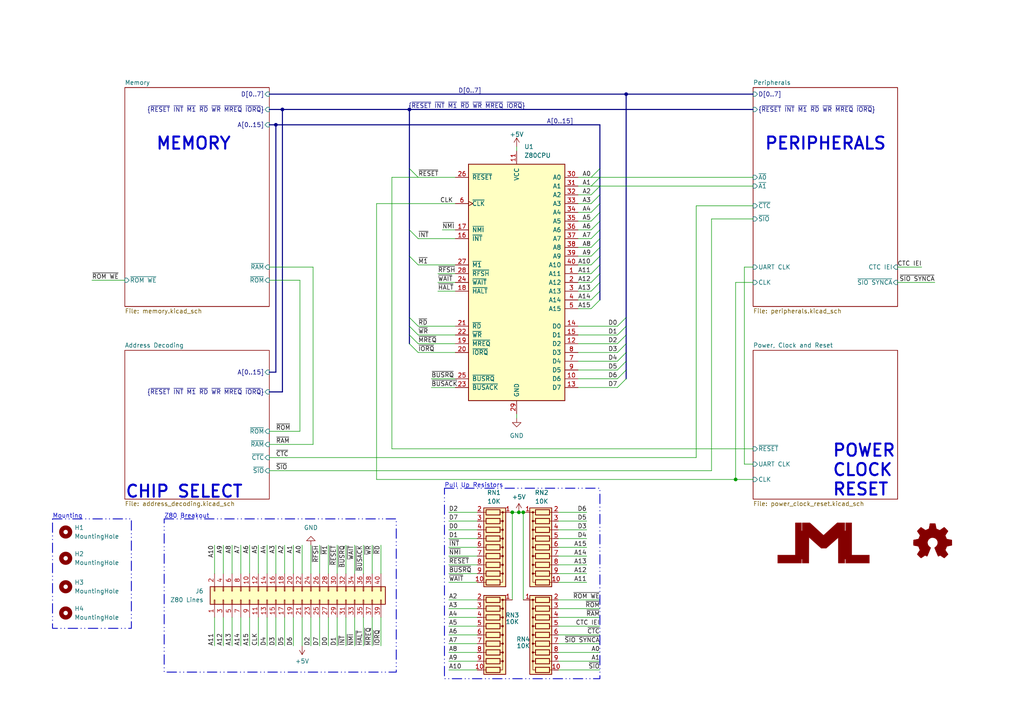
<source format=kicad_sch>
(kicad_sch (version 20230121) (generator eeschema)
  (paper "A4")
  (title_block (title "JML-8-Mini Schematic") (date "2023-10-20") (rev "B") (company "https://github.com/jac-oblong/JML") (comment 1 "Design of Z80 based microcomputer") (comment 3 "Released under MIT License") (comment 4 "Created by: Jacob Long (https://github.com/jac-oblong)"))
  (lib_symbols
    (symbol "CPU:Z80CPU" (pin_names (offset 1.016))
      (property "Reference" "U" (at -13.97 35.56 0))
      (property "Value" "Z80CPU" (at 6.35 35.56 0))
      (symbol "Z80CPU_0_1"
        (rectangle (start -13.97 34.29) (end 13.97 -34.29) (stroke (width 0.254)) (fill (type background)))
      )
      (symbol "Z80CPU_1_1"
        (pin output line (at 17.78 2.54 180) (length 3.81) (name "A11") (number "1"))
        (pin bidirectional line (at 17.78 -27.94 180) (length 3.81) (name "D6") (number "10"))
        (pin power_in line (at 0 38.1 270) (length 3.81) (name "VCC") (number "11"))
        (pin bidirectional line (at 17.78 -17.78 180) (length 3.81) (name "D2") (number "12"))
        (pin bidirectional line (at 17.78 -30.48 180) (length 3.81) (name "D7") (number "13"))
        (pin bidirectional line (at 17.78 -12.7 180) (length 3.81) (name "D0") (number "14"))
        (pin bidirectional line (at 17.78 -15.24 180) (length 3.81) (name "D1") (number "15"))
        (pin input line (at -17.78 12.7 0) (length 3.81) (name "~{INT}") (number "16"))
        (pin input line (at -17.78 15.24 0) (length 3.81) (name "~{NMI}") (number "17"))
        (pin output line (at -17.78 -2.54 0) (length 3.81) (name "~{HALT}") (number "18"))
        (pin output line (at -17.78 -17.78 0) (length 3.81) (name "~{MREQ}") (number "19"))
        (pin output line (at 17.78 0 180) (length 3.81) (name "A12") (number "2"))
        (pin output line (at -17.78 -20.32 0) (length 3.81) (name "~{IORQ}") (number "20"))
        (pin output line (at -17.78 -12.7 0) (length 3.81) (name "~{RD}") (number "21"))
        (pin output line (at -17.78 -15.24 0) (length 3.81) (name "~{WR}") (number "22"))
        (pin output line (at -17.78 -30.48 0) (length 3.81) (name "~{BUSACK}") (number "23"))
        (pin input line (at -17.78 0 0) (length 3.81) (name "~{WAIT}") (number "24"))
        (pin input line (at -17.78 -27.94 0) (length 3.81) (name "~{BUSRQ}") (number "25"))
        (pin input line (at -17.78 30.48 0) (length 3.81) (name "~{RESET}") (number "26"))
        (pin output line (at -17.78 5.08 0) (length 3.81) (name "~{M1}") (number "27"))
        (pin output line (at -17.78 2.54 0) (length 3.81) (name "~{RFSH}") (number "28"))
        (pin power_in line (at 0 -38.1 90) (length 3.81) (name "GND") (number "29"))
        (pin output line (at 17.78 -2.54 180) (length 3.81) (name "A13") (number "3"))
        (pin output line (at 17.78 30.48 180) (length 3.81) (name "A0") (number "30"))
        (pin output line (at 17.78 27.94 180) (length 3.81) (name "A1") (number "31"))
        (pin output line (at 17.78 25.4 180) (length 3.81) (name "A2") (number "32"))
        (pin output line (at 17.78 22.86 180) (length 3.81) (name "A3") (number "33"))
        (pin output line (at 17.78 20.32 180) (length 3.81) (name "A4") (number "34"))
        (pin output line (at 17.78 17.78 180) (length 3.81) (name "A5") (number "35"))
        (pin output line (at 17.78 15.24 180) (length 3.81) (name "A6") (number "36"))
        (pin output line (at 17.78 12.7 180) (length 3.81) (name "A7") (number "37"))
        (pin output line (at 17.78 10.16 180) (length 3.81) (name "A8") (number "38"))
        (pin output line (at 17.78 7.62 180) (length 3.81) (name "A9") (number "39"))
        (pin output line (at 17.78 -5.08 180) (length 3.81) (name "A14") (number "4"))
        (pin output line (at 17.78 5.08 180) (length 3.81) (name "A10") (number "40"))
        (pin output line (at 17.78 -7.62 180) (length 3.81) (name "A15") (number "5"))
        (pin input clock (at -17.78 22.86 0) (length 3.81) (name "~{CLK}") (number "6"))
        (pin bidirectional line (at 17.78 -22.86 180) (length 3.81) (name "D4") (number "7"))
        (pin bidirectional line (at 17.78 -20.32 180) (length 3.81) (name "D3") (number "8"))
        (pin bidirectional line (at 17.78 -25.4 180) (length 3.81) (name "D5") (number "9"))
      )
    )
    (symbol "Connector_Generic:Conn_02x20_Odd_Even" (pin_names (offset 1.016) hide)
      (property "Reference" "J" (at 1.27 25.4 0))
      (property "Value" "Conn_02x20_Odd_Even" (at 1.27 -27.94 0))
      (symbol "Conn_02x20_Odd_Even_1_1"
        (rectangle (start -1.27 -25.273) (end 0 -25.527) (stroke (width 0.1524)))
        (rectangle (start -1.27 -22.733) (end 0 -22.987) (stroke (width 0.1524)))
        (rectangle (start -1.27 -20.193) (end 0 -20.447) (stroke (width 0.1524)))
        (rectangle (start -1.27 -17.653) (end 0 -17.907) (stroke (width 0.1524)))
        (rectangle (start -1.27 -15.113) (end 0 -15.367) (stroke (width 0.1524)))
        (rectangle (start -1.27 -12.573) (end 0 -12.827) (stroke (width 0.1524)))
        (rectangle (start -1.27 -10.033) (end 0 -10.287) (stroke (width 0.1524)))
        (rectangle (start -1.27 -7.493) (end 0 -7.747) (stroke (width 0.1524)))
        (rectangle (start -1.27 -4.953) (end 0 -5.207) (stroke (width 0.1524)))
        (rectangle (start -1.27 -2.413) (end 0 -2.667) (stroke (width 0.1524)))
        (rectangle (start -1.27 0.127) (end 0 -0.127) (stroke (width 0.1524)))
        (rectangle (start -1.27 2.667) (end 0 2.413) (stroke (width 0.1524)))
        (rectangle (start -1.27 5.207) (end 0 4.953) (stroke (width 0.1524)))
        (rectangle (start -1.27 7.747) (end 0 7.493) (stroke (width 0.1524)))
        (rectangle (start -1.27 10.287) (end 0 10.033) (stroke (width 0.1524)))
        (rectangle (start -1.27 12.827) (end 0 12.573) (stroke (width 0.1524)))
        (rectangle (start -1.27 15.367) (end 0 15.113) (stroke (width 0.1524)))
        (rectangle (start -1.27 17.907) (end 0 17.653) (stroke (width 0.1524)))
        (rectangle (start -1.27 20.447) (end 0 20.193) (stroke (width 0.1524)))
        (rectangle (start -1.27 22.987) (end 0 22.733) (stroke (width 0.1524)))
        (rectangle (start -1.27 24.13) (end 3.81 -26.67) (stroke (width 0.254)) (fill (type background)))
        (rectangle (start 3.81 -25.273) (end 2.54 -25.527) (stroke (width 0.1524)))
        (rectangle (start 3.81 -22.733) (end 2.54 -22.987) (stroke (width 0.1524)))
        (rectangle (start 3.81 -20.193) (end 2.54 -20.447) (stroke (width 0.1524)))
        (rectangle (start 3.81 -17.653) (end 2.54 -17.907) (stroke (width 0.1524)))
        (rectangle (start 3.81 -15.113) (end 2.54 -15.367) (stroke (width 0.1524)))
        (rectangle (start 3.81 -12.573) (end 2.54 -12.827) (stroke (width 0.1524)))
        (rectangle (start 3.81 -10.033) (end 2.54 -10.287) (stroke (width 0.1524)))
        (rectangle (start 3.81 -7.493) (end 2.54 -7.747) (stroke (width 0.1524)))
        (rectangle (start 3.81 -4.953) (end 2.54 -5.207) (stroke (width 0.1524)))
        (rectangle (start 3.81 -2.413) (end 2.54 -2.667) (stroke (width 0.1524)))
        (rectangle (start 3.81 0.127) (end 2.54 -0.127) (stroke (width 0.1524)))
        (rectangle (start 3.81 2.667) (end 2.54 2.413) (stroke (width 0.1524)))
        (rectangle (start 3.81 5.207) (end 2.54 4.953) (stroke (width 0.1524)))
        (rectangle (start 3.81 7.747) (end 2.54 7.493) (stroke (width 0.1524)))
        (rectangle (start 3.81 10.287) (end 2.54 10.033) (stroke (width 0.1524)))
        (rectangle (start 3.81 12.827) (end 2.54 12.573) (stroke (width 0.1524)))
        (rectangle (start 3.81 15.367) (end 2.54 15.113) (stroke (width 0.1524)))
        (rectangle (start 3.81 17.907) (end 2.54 17.653) (stroke (width 0.1524)))
        (rectangle (start 3.81 20.447) (end 2.54 20.193) (stroke (width 0.1524)))
        (rectangle (start 3.81 22.987) (end 2.54 22.733) (stroke (width 0.1524)))
        (pin passive line (at -5.08 22.86 0) (length 3.81) (name "Pin_1") (number "1"))
        (pin passive line (at 7.62 12.7 180) (length 3.81) (name "Pin_10") (number "10"))
        (pin passive line (at -5.08 10.16 0) (length 3.81) (name "Pin_11") (number "11"))
        (pin passive line (at 7.62 10.16 180) (length 3.81) (name "Pin_12") (number "12"))
        (pin passive line (at -5.08 7.62 0) (length 3.81) (name "Pin_13") (number "13"))
        (pin passive line (at 7.62 7.62 180) (length 3.81) (name "Pin_14") (number "14"))
        (pin passive line (at -5.08 5.08 0) (length 3.81) (name "Pin_15") (number "15"))
        (pin passive line (at 7.62 5.08 180) (length 3.81) (name "Pin_16") (number "16"))
        (pin passive line (at -5.08 2.54 0) (length 3.81) (name "Pin_17") (number "17"))
        (pin passive line (at 7.62 2.54 180) (length 3.81) (name "Pin_18") (number "18"))
        (pin passive line (at -5.08 0 0) (length 3.81) (name "Pin_19") (number "19"))
        (pin passive line (at 7.62 22.86 180) (length 3.81) (name "Pin_2") (number "2"))
        (pin passive line (at 7.62 0 180) (length 3.81) (name "Pin_20") (number "20"))
        (pin passive line (at -5.08 -2.54 0) (length 3.81) (name "Pin_21") (number "21"))
        (pin passive line (at 7.62 -2.54 180) (length 3.81) (name "Pin_22") (number "22"))
        (pin passive line (at -5.08 -5.08 0) (length 3.81) (name "Pin_23") (number "23"))
        (pin passive line (at 7.62 -5.08 180) (length 3.81) (name "Pin_24") (number "24"))
        (pin passive line (at -5.08 -7.62 0) (length 3.81) (name "Pin_25") (number "25"))
        (pin passive line (at 7.62 -7.62 180) (length 3.81) (name "Pin_26") (number "26"))
        (pin passive line (at -5.08 -10.16 0) (length 3.81) (name "Pin_27") (number "27"))
        (pin passive line (at 7.62 -10.16 180) (length 3.81) (name "Pin_28") (number "28"))
        (pin passive line (at -5.08 -12.7 0) (length 3.81) (name "Pin_29") (number "29"))
        (pin passive line (at -5.08 20.32 0) (length 3.81) (name "Pin_3") (number "3"))
        (pin passive line (at 7.62 -12.7 180) (length 3.81) (name "Pin_30") (number "30"))
        (pin passive line (at -5.08 -15.24 0) (length 3.81) (name "Pin_31") (number "31"))
        (pin passive line (at 7.62 -15.24 180) (length 3.81) (name "Pin_32") (number "32"))
        (pin passive line (at -5.08 -17.78 0) (length 3.81) (name "Pin_33") (number "33"))
        (pin passive line (at 7.62 -17.78 180) (length 3.81) (name "Pin_34") (number "34"))
        (pin passive line (at -5.08 -20.32 0) (length 3.81) (name "Pin_35") (number "35"))
        (pin passive line (at 7.62 -20.32 180) (length 3.81) (name "Pin_36") (number "36"))
        (pin passive line (at -5.08 -22.86 0) (length 3.81) (name "Pin_37") (number "37"))
        (pin passive line (at 7.62 -22.86 180) (length 3.81) (name "Pin_38") (number "38"))
        (pin passive line (at -5.08 -25.4 0) (length 3.81) (name "Pin_39") (number "39"))
        (pin passive line (at 7.62 20.32 180) (length 3.81) (name "Pin_4") (number "4"))
        (pin passive line (at 7.62 -25.4 180) (length 3.81) (name "Pin_40") (number "40"))
        (pin passive line (at -5.08 17.78 0) (length 3.81) (name "Pin_5") (number "5"))
        (pin passive line (at 7.62 17.78 180) (length 3.81) (name "Pin_6") (number "6"))
        (pin passive line (at -5.08 15.24 0) (length 3.81) (name "Pin_7") (number "7"))
        (pin passive line (at 7.62 15.24 180) (length 3.81) (name "Pin_8") (number "8"))
        (pin passive line (at -5.08 12.7 0) (length 3.81) (name "Pin_9") (number "9"))
      )
    )
    (symbol "Device:R_Network09" (pin_names (offset 0) hide)
      (property "Reference" "RN" (at -12.7 0 90))
      (property "Value" "R_Network09" (at 12.7 0 90))
      (symbol "R_Network09_0_1"
        (rectangle (start -11.43 -3.175) (end 11.43 3.175) (stroke (width 0.254)) (fill (type background)))
        (rectangle (start -10.922 1.524) (end -9.398 -2.54) (stroke (width 0.254)))
        (circle (center -10.16 2.286) (radius 0.254) (fill (type outline)))
        (rectangle (start -8.382 1.524) (end -6.858 -2.54) (stroke (width 0.254)))
        (circle (center -7.62 2.286) (radius 0.254) (fill (type outline)))
        (rectangle (start -5.842 1.524) (end -4.318 -2.54) (stroke (width 0.254)))
        (circle (center -5.08 2.286) (radius 0.254) (fill (type outline)))
        (rectangle (start -3.302 1.524) (end -1.778 -2.54) (stroke (width 0.254)))
        (circle (center -2.54 2.286) (radius 0.254) (fill (type outline)))
        (rectangle (start -0.762 1.524) (end 0.762 -2.54) (stroke (width 0.254)))
        (polyline (pts (xy -10.16 -2.54) (xy -10.16 -3.81)))
        (polyline (pts (xy -7.62 -2.54) (xy -7.62 -3.81)))
        (polyline (pts (xy -5.08 -2.54) (xy -5.08 -3.81)))
        (polyline (pts (xy -2.54 -2.54) (xy -2.54 -3.81)))
        (polyline (pts (xy 0 -2.54) (xy 0 -3.81)))
        (polyline (pts (xy 2.54 -2.54) (xy 2.54 -3.81)))
        (polyline (pts (xy 5.08 -2.54) (xy 5.08 -3.81)))
        (polyline (pts (xy 7.62 -2.54) (xy 7.62 -3.81)))
        (polyline (pts (xy 10.16 -2.54) (xy 10.16 -3.81)))
        (polyline (pts (xy -10.16 1.524) (xy -10.16 2.286) (xy -7.62 2.286) (xy -7.62 1.524)))
        (polyline (pts (xy -7.62 1.524) (xy -7.62 2.286) (xy -5.08 2.286) (xy -5.08 1.524)))
        (polyline (pts (xy -5.08 1.524) (xy -5.08 2.286) (xy -2.54 2.286) (xy -2.54 1.524)))
        (polyline (pts (xy -2.54 1.524) (xy -2.54 2.286) (xy 0 2.286) (xy 0 1.524)))
        (polyline (pts (xy 0 1.524) (xy 0 2.286) (xy 2.54 2.286) (xy 2.54 1.524)))
        (polyline (pts (xy 2.54 1.524) (xy 2.54 2.286) (xy 5.08 2.286) (xy 5.08 1.524)))
        (polyline (pts (xy 5.08 1.524) (xy 5.08 2.286) (xy 7.62 2.286) (xy 7.62 1.524)))
        (polyline (pts (xy 7.62 1.524) (xy 7.62 2.286) (xy 10.16 2.286) (xy 10.16 1.524)))
        (circle (center 0 2.286) (radius 0.254) (fill (type outline)))
        (rectangle (start 1.778 1.524) (end 3.302 -2.54) (stroke (width 0.254)))
        (circle (center 2.54 2.286) (radius 0.254) (fill (type outline)))
        (rectangle (start 4.318 1.524) (end 5.842 -2.54) (stroke (width 0.254)))
        (circle (center 5.08 2.286) (radius 0.254) (fill (type outline)))
        (rectangle (start 6.858 1.524) (end 8.382 -2.54) (stroke (width 0.254)))
        (circle (center 7.62 2.286) (radius 0.254) (fill (type outline)))
        (rectangle (start 9.398 1.524) (end 10.922 -2.54) (stroke (width 0.254)))
      )
      (symbol "R_Network09_1_1"
        (pin passive line (at -10.16 5.08 270) (length 2.54) (name "common") (number "1"))
        (pin passive line (at 10.16 -5.08 90) (length 1.27) (name "R9") (number "10"))
        (pin passive line (at -10.16 -5.08 90) (length 1.27) (name "R1") (number "2"))
        (pin passive line (at -7.62 -5.08 90) (length 1.27) (name "R2") (number "3"))
        (pin passive line (at -5.08 -5.08 90) (length 1.27) (name "R3") (number "4"))
        (pin passive line (at -2.54 -5.08 90) (length 1.27) (name "R4") (number "5"))
        (pin passive line (at 0 -5.08 90) (length 1.27) (name "R5") (number "6"))
        (pin passive line (at 2.54 -5.08 90) (length 1.27) (name "R6") (number "7"))
        (pin passive line (at 5.08 -5.08 90) (length 1.27) (name "R7") (number "8"))
        (pin passive line (at 7.62 -5.08 90) (length 1.27) (name "R8") (number "9"))
      )
    )
    (symbol "Graphic:Logo_Open_Hardware_Small" (in_bom no) (on_board no)
      (symbol "Logo_Open_Hardware_Small_0_1"
        (polyline (pts (xy 3.3528 -4.3434) (xy 3.302 -4.318) (xy 3.175 -4.2418) (xy 2.9972 -4.1148) (xy 2.7686 -3.9624) (xy 2.54 -3.81) (xy 2.3622 -3.7084) (xy 2.2352 -3.6068) (xy 2.1844 -3.5814) (xy 2.159 -3.6068) (xy 2.0574 -3.6576) (xy 1.905 -3.7338) (xy 1.8034 -3.7846) (xy 1.6764 -3.8354) (xy 1.6002 -3.8354) (xy 1.6002 -3.8354) (xy 1.5494 -3.7338) (xy 1.4732 -3.5306) (xy 1.3462 -3.302) (xy 1.2446 -3.0226) (xy 1.1176 -2.7178) (xy 0.9652 -2.413) (xy 0.8636 -2.1082) (xy 0.7366 -1.8288) (xy 0.6604 -1.6256) (xy 0.6096 -1.4732) (xy 0.5842 -1.397) (xy 0.5842 -1.397) (xy 0.6604 -1.3208) (xy 0.7874 -1.2446) (xy 1.0414 -1.016) (xy 1.2954 -0.6858) (xy 1.4478 -0.3302) (xy 1.524 0.0762) (xy 1.4732 0.4572) (xy 1.3208 0.8128) (xy 1.0668 1.143) (xy 0.762 1.3716) (xy 0.4064 1.524) (xy 0 1.5748) (xy -0.381 1.5494) (xy -0.7366 1.397) (xy -1.0668 1.143) (xy -1.2192 0.9906) (xy -1.397 0.6604) (xy -1.524 0.3048) (xy -1.524 0.2286) (xy -1.4986 -0.1778) (xy -1.397 -0.5334) (xy -1.1938 -0.8636) (xy -0.9144 -1.143) (xy -0.8636 -1.1684) (xy -0.7366 -1.27) (xy -0.635 -1.3462) (xy -0.5842 -1.397) (xy -1.0668 -2.5908) (xy -1.143 -2.794) (xy -1.2954 -3.1242) (xy -1.397 -3.4036) (xy -1.4986 -3.6322) (xy -1.5748 -3.7846) (xy -1.6002 -3.8354) (xy -1.6002 -3.8354) (xy -1.651 -3.8354) (xy -1.7272 -3.81) (xy -1.905 -3.7338) (xy -2.0066 -3.683) (xy -2.1336 -3.6068) (xy -2.2098 -3.5814) (xy -2.2606 -3.6068) (xy -2.3622 -3.683) (xy -2.54 -3.81) (xy -2.7686 -3.9624) (xy -2.9718 -4.0894) (xy -3.1496 -4.2164) (xy -3.302 -4.318) (xy -3.3528 -4.3434) (xy -3.3782 -4.3434) (xy -3.429 -4.318) (xy -3.5306 -4.2164) (xy -3.7084 -4.064) (xy -3.937 -3.8354) (xy -3.9624 -3.81) (xy -4.1656 -3.6068) (xy -4.318 -3.4544) (xy -4.4196 -3.3274) (xy -4.445 -3.2766) (xy -4.445 -3.2766) (xy -4.4196 -3.2258) (xy -4.318 -3.0734) (xy -4.2164 -2.8956) (xy -4.064 -2.667) (xy -3.6576 -2.0828) (xy -3.8862 -1.5494) (xy -3.937 -1.3716) (xy -4.0386 -1.1684) (xy -4.0894 -1.0414) (xy -4.1148 -0.9652) (xy -4.191 -0.9398) (xy -4.318 -0.9144) (xy -4.5466 -0.8636) (xy -4.8006 -0.8128) (xy -5.0546 -0.7874) (xy -5.2578 -0.7366) (xy -5.4356 -0.7112) (xy -5.5118 -0.6858) (xy -5.5118 -0.6858) (xy -5.5372 -0.635) (xy -5.5372 -0.5588) (xy -5.5372 -0.4318) (xy -5.5626 -0.2286) (xy -5.5626 0.0762) (xy -5.5626 0.127) (xy -5.5372 0.4064) (xy -5.5372 0.635) (xy -5.5372 0.762) (xy -5.5372 0.8382) (xy -5.5372 0.8382) (xy -5.461 0.8382) (xy -5.3086 0.889) (xy -5.08 0.9144) (xy -4.826 0.9652) (xy -4.8006 0.9906) (xy -4.5466 1.0414) (xy -4.318 1.0668) (xy -4.1656 1.1176) (xy -4.0894 1.143) (xy -4.0894 1.143) (xy -4.0386 1.2446) (xy -3.9624 1.4224) (xy -3.8608 1.6256) (xy -3.7846 1.8288) (xy -3.7084 2.0066) (xy -3.6576 2.159) (xy -3.6322 2.2098) (xy -3.6322 2.2098) (xy -3.683 2.286) (xy -3.7592 2.413) (xy -3.8862 2.5908) (xy -4.064 2.8194) (xy -4.064 2.8448) (xy -4.2164 3.0734) (xy -4.3434 3.2512) (xy -4.4196 3.3782) (xy -4.445 3.4544) (xy -4.445 3.4544) (xy -4.3942 3.5052) (xy -4.2926 3.6322) (xy -4.1148 3.81) (xy -3.937 4.0132) (xy -3.8608 4.064) (xy -3.6576 4.2926) (xy -3.5052 4.4196) (xy -3.4036 4.4958) (xy -3.3528 4.5212) (xy -3.3528 4.5212) (xy -3.302 4.4704) (xy -3.1496 4.3688) (xy -2.9718 4.2418) (xy -2.7432 4.0894) (xy -2.7178 4.0894) (xy -2.4892 3.937) (xy -2.3114 3.81) (xy -2.1844 3.7084) (xy -2.1336 3.683) (xy -2.1082 3.683) (xy -2.032 3.7084) (xy -1.8542 3.7592) (xy -1.6764 3.8354) (xy -1.4732 3.937) (xy -1.27 4.0132) (xy -1.143 4.064) (xy -1.0668 4.1148) (xy -1.0668 4.1148) (xy -1.0414 4.191) (xy -1.016 4.3434) (xy -0.9652 4.572) (xy -0.9144 4.8514) (xy -0.889 4.9022) (xy -0.8382 5.1562) (xy -0.8128 5.3848) (xy -0.7874 5.5372) (xy -0.762 5.588) (xy -0.7112 5.6134) (xy -0.5842 5.6134) (xy -0.4064 5.6134) (xy -0.1524 5.6134) (xy 0.0762 5.6134) (xy 0.3302 5.6134) (xy 0.5334 5.6134) (xy 0.6858 5.588) (xy 0.7366 5.588) (xy 0.7366 5.588) (xy 0.762 5.5118) (xy 0.8128 5.334) (xy 0.8382 5.1054) (xy 0.9144 4.826) (xy 0.9144 4.7752) (xy 0.9652 4.5212) (xy 1.016 4.2926) (xy 1.0414 4.1402) (xy 1.0668 4.0894) (xy 1.0668 4.0894) (xy 1.1938 4.0386) (xy 1.3716 3.9624) (xy 1.5748 3.8608) (xy 2.0828 3.6576) (xy 2.7178 4.0894) (xy 2.7686 4.1402) (xy 2.9972 4.2926) (xy 3.175 4.4196) (xy 3.302 4.4958) (xy 3.3782 4.5212) (xy 3.3782 4.5212) (xy 3.429 4.4704) (xy 3.556 4.3434) (xy 3.7338 4.191) (xy 3.9116 3.9878) (xy 4.064 3.8354) (xy 4.2418 3.6576) (xy 4.3434 3.556) (xy 4.4196 3.4798) (xy 4.4196 3.429) (xy 4.4196 3.4036) (xy 4.3942 3.3274) (xy 4.2926 3.2004) (xy 4.1656 2.9972) (xy 4.0132 2.794) (xy 3.8862 2.5908) (xy 3.7592 2.3876) (xy 3.6576 2.2352) (xy 3.6322 2.159) (xy 3.6322 2.1336) (xy 3.683 2.0066) (xy 3.7592 1.8288) (xy 3.8608 1.6002) (xy 4.064 1.1176) (xy 4.3942 1.0414) (xy 4.5974 1.016) (xy 4.8768 0.9652) (xy 5.1308 0.9144) (xy 5.5372 0.8382) (xy 5.5626 -0.6604) (xy 5.4864 -0.6858) (xy 5.4356 -0.6858) (xy 5.2832 -0.7366) (xy 5.0546 -0.762) (xy 4.8006 -0.8128) (xy 4.5974 -0.8636) (xy 4.3688 -0.9144) (xy 4.2164 -0.9398) (xy 4.1402 -0.9398) (xy 4.1148 -0.9652) (xy 4.064 -1.0668) (xy 3.9878 -1.2446) (xy 3.9116 -1.4478) (xy 3.81 -1.651) (xy 3.7338 -1.8542) (xy 3.683 -2.0066) (xy 3.6576 -2.0828) (xy 3.683 -2.1336) (xy 3.7846 -2.2606) (xy 3.8862 -2.4638) (xy 4.0386 -2.667) (xy 4.191 -2.8956) (xy 4.318 -3.0734) (xy 4.3942 -3.2004) (xy 4.445 -3.2766) (xy 4.4196 -3.3274) (xy 4.3434 -3.429) (xy 4.1656 -3.5814) (xy 3.937 -3.8354) (xy 3.8862 -3.8608) (xy 3.683 -4.064) (xy 3.5306 -4.2164) (xy 3.4036 -4.318) (xy 3.3528 -4.3434)) (fill (type outline)))
      )
    )
    (symbol "Mechanical:MountingHole" (pin_names (offset 1.016))
      (property "Reference" "H" (at 0 5.08 0))
      (property "Value" "MountingHole" (at 0 3.175 0))
      (symbol "MountingHole_0_1"
        (circle (center 0 0) (radius 1.27) (stroke (width 1.27)))
      )
    )
    (symbol "jml-8-mini-library:JML_Logo" (pin_names (offset 1.016))
      (symbol "JML_Logo_0_0"
        (polyline (pts (xy -7.5639 -5.2528) (xy -7.5639 -4.6692) (xy -7.4472 -4.6692) (xy -7.3305 -4.6692) (xy -7.3305 -5.2528) (xy -7.3305 -5.8364) (xy -6.3736 -5.8364) (xy -5.4167 -5.8364) (xy -5.4047 -2.098) (xy -5.3928 1.6404) (xy -4.3905 0.7385) (xy -4.181 0.5501) (xy -3.8508 0.2536) (xy -3.5091 -0.0529) (xy -3.1758 -0.3514) (xy -2.8715 -0.6237) (xy -2.6162 -0.8515) (xy -1.8443 -1.5396) (xy -1.1204 -1.5402) (xy -0.3966 -1.5409) (xy 1.3542 0.0075) (xy 3.105 1.5559) (xy 3.117 -2.1402) (xy 3.1289 -5.8364) (xy 4.0625 -5.8364) (xy 4.996 -5.8364) (xy 4.996 -5.2528) (xy 4.996 -4.6692) (xy 5.1127 -4.6692) (xy 5.2295 -4.6692) (xy 5.2295 -5.2528) (xy 5.2295 -5.8364) (xy 8.6846 -5.8364) (xy 12.1397 -5.8364) (xy 12.1397 -4.6692) (xy 12.1397 -3.5019) (xy 9.5717 -3.5019) (xy 7.0037 -3.5019) (xy 7.0037 1.1672) (xy 7.0037 5.8363) (xy 6.1166 5.8363) (xy 5.2295 5.8363) (xy 5.2295 4.6691) (xy 5.2295 3.5018) (xy 5.1127 3.5018) (xy 4.996 3.5018) (xy 4.996 4.6691) (xy 4.996 5.8363) (xy 3.8871 5.8359) (xy 2.7782 5.8355) (xy 0.8204 4.0383) (xy 0.5455 3.7862) (xy 0.1997 3.47) (xy -0.1208 3.1777) (xy -0.41 2.9149) (xy -0.6616 2.6873) (xy -0.8693 2.5005) (xy -1.0271 2.3602) (xy -1.1285 2.2718) (xy -1.1675 2.2411) (xy -1.1733 2.2433) (xy -1.2035 2.2646) (xy -1.2609 2.3119) (xy -1.3496 2.389) (xy -1.4739 2.4995) (xy -1.6378 2.6473) (xy -1.8454 2.8361) (xy -2.1009 3.0696) (xy -2.4084 3.3515) (xy -2.772 3.6857) (xy -3.1959 4.0758) (xy -3.6841 4.5257) (xy -3.8069 4.6388) (xy -4.0779 4.888) (xy -4.3301 5.1194) (xy -4.5537 5.3238) (xy -4.7385 5.4923) (xy -4.8747 5.6156) (xy -4.9522 5.6846) (xy -5.1275 5.8363) (xy -6.229 5.8363) (xy -7.3305 5.8363) (xy -7.3305 4.6691) (xy -7.3305 3.5018) (xy -7.4472 3.5018) (xy -7.5639 3.5018) (xy -7.5639 4.6691) (xy -7.5639 5.8363) (xy -8.4511 5.8363) (xy -9.3382 5.8363) (xy -9.3382 1.1672) (xy -9.3382 -3.5019) (xy -11.9062 -3.5019) (xy -14.4742 -3.5019) (xy -14.4742 -4.6692) (xy -14.4742 -5.8364) (xy -11.0191 -5.8364) (xy -7.5639 -5.8364) (xy -7.5639 -5.2528)) (stroke (width 0.01)) (fill (type outline)))
      )
    )
    (symbol "power:+5V" (power) (pin_names (offset 0))
      (property "Value" "+5V" (at 0 3.556 0))
      (symbol "+5V_0_1"
        (polyline (pts (xy -0.762 1.27) (xy 0 2.54)))
        (polyline (pts (xy 0 0) (xy 0 2.54)))
        (polyline (pts (xy 0 2.54) (xy 0.762 1.27)))
      )
      (symbol "+5V_1_1"
        (pin power_in line (at 0 0 90) (length 0) hide (name "+5V") (number "1"))
      )
    )
    (symbol "power:GND" (power) (pin_names (offset 0))
      (property "Value" "GND" (at 0 -3.81 0))
      (symbol "GND_0_1"
        (polyline (pts (xy 0 0) (xy 0 -1.27) (xy 1.27 -1.27) (xy 0 -2.54) (xy -1.27 -1.27) (xy 0 -1.27)))
      )
      (symbol "GND_1_1"
        (pin power_in line (at 0 0 270) (length 0) hide (name "GND") (number "1"))
      )
    )
  )
  (junction (at 150.495 148.59))
  (junction (at 80.01 36.195))
  (junction (at 81.915 31.75))
  (junction (at 213.36 139.065))
  (junction (at 118.745 31.75))
  (junction (at 181.61 27.305))
  (junction (at 148.59 148.59))
  (junction (at 151.765 148.59))
  (bus_entry (at 118.745 97.155) (size 2.54 2.54))
  (bus_entry (at 118.745 74.295) (size 2.54 2.54))
  (bus_entry (at 173.99 59.055) (size -2.54 2.54))
  (bus_entry (at 173.99 79.375) (size -2.54 2.54))
  (bus_entry (at 173.99 56.515) (size -2.54 2.54))
  (bus_entry (at 181.61 92.075) (size -2.54 2.54))
  (bus_entry (at 173.99 84.455) (size -2.54 2.54))
  (bus_entry (at 118.745 48.895) (size 2.54 2.54))
  (bus_entry (at 181.61 109.855) (size -2.54 2.54))
  (bus_entry (at 173.99 74.295) (size -2.54 2.54))
  (bus_entry (at 181.61 94.615) (size -2.54 2.54))
  (bus_entry (at 173.99 71.755) (size -2.54 2.54))
  (bus_entry (at 173.99 51.435) (size -2.54 2.54))
  (bus_entry (at 118.745 94.615) (size 2.54 2.54))
  (bus_entry (at 173.99 64.135) (size -2.54 2.54))
  (bus_entry (at 118.745 92.075) (size 2.54 2.54))
  (bus_entry (at 173.99 86.995) (size -2.54 2.54))
  (bus_entry (at 173.99 81.915) (size -2.54 2.54))
  (bus_entry (at 181.61 97.155) (size -2.54 2.54))
  (bus_entry (at 173.99 48.895) (size -2.54 2.54))
  (bus_entry (at 181.61 102.235) (size -2.54 2.54))
  (bus_entry (at 173.99 61.595) (size -2.54 2.54))
  (bus_entry (at 181.61 107.315) (size -2.54 2.54))
  (bus_entry (at 118.745 66.675) (size 2.54 2.54))
  (bus_entry (at 173.99 53.975) (size -2.54 2.54))
  (bus_entry (at 118.745 99.695) (size 2.54 2.54))
  (bus_entry (at 173.99 76.835) (size -2.54 2.54))
  (bus_entry (at 181.61 99.695) (size -2.54 2.54))
  (bus_entry (at 173.99 66.675) (size -2.54 2.54))
  (bus_entry (at 181.61 104.775) (size -2.54 2.54))
  (bus_entry (at 173.99 69.215) (size -2.54 2.54))
  (wire (pts (xy 173.99 176.53) (xy 161.925 176.53)))
  (wire (pts (xy 107.95 187.325) (xy 107.95 179.07)))
  (wire (pts (xy 170.18 151.13) (xy 161.925 151.13)))
  (bus (pts (xy 173.99 79.375) (xy 173.99 76.835)))
  (wire (pts (xy 149.86 120.015) (xy 149.86 121.285)))
  (wire (pts (xy 64.77 187.325) (xy 64.77 179.07)))
  (wire (pts (xy 105.41 166.37) (xy 105.41 158.115)))
  (wire (pts (xy 148.59 148.59) (xy 148.59 173.99)))
  (wire (pts (xy 74.93 166.37) (xy 74.93 158.115)))
  (wire (pts (xy 161.925 179.07) (xy 173.99 179.07)))
  (wire (pts (xy 173.99 186.69) (xy 161.925 186.69)))
  (wire (pts (xy 121.285 99.695) (xy 132.08 99.695)))
  (wire (pts (xy 90.17 187.325) (xy 90.17 179.07)))
  (wire (pts (xy 173.99 194.31) (xy 161.925 194.31)))
  (bus (pts (xy 173.99 76.835) (xy 173.99 74.295)))
  (wire (pts (xy 130.175 148.59) (xy 138.43 148.59)))
  (wire (pts (xy 150.495 148.59) (xy 151.765 148.59)))
  (wire (pts (xy 215.9 77.47) (xy 218.44 77.47)))
  (wire (pts (xy 167.64 107.315) (xy 179.07 107.315)))
  (wire (pts (xy 74.93 187.325) (xy 74.93 179.07)))
  (wire (pts (xy 67.31 166.37) (xy 67.31 158.115)))
  (wire (pts (xy 109.22 59.055) (xy 132.08 59.055)))
  (bus (pts (xy 173.99 56.515) (xy 173.99 53.975)))
  (wire (pts (xy 121.285 76.835) (xy 132.08 76.835)))
  (wire (pts (xy 113.665 51.435) (xy 121.285 51.435)))
  (wire (pts (xy 100.33 166.37) (xy 100.33 158.115)))
  (wire (pts (xy 125.095 112.395) (xy 132.08 112.395)))
  (bus (pts (xy 80.01 36.195) (xy 173.99 36.195)))
  (wire (pts (xy 121.285 94.615) (xy 132.08 94.615)))
  (bus (pts (xy 173.99 71.755) (xy 173.99 69.215)))
  (wire (pts (xy 121.285 51.435) (xy 132.08 51.435)))
  (wire (pts (xy 130.175 161.29) (xy 138.43 161.29)))
  (wire (pts (xy 260.35 77.47) (xy 267.335 77.47)))
  (bus (pts (xy 118.745 31.75) (xy 118.745 48.895)))
  (wire (pts (xy 69.85 187.325) (xy 69.85 179.07)))
  (wire (pts (xy 173.99 51.435) (xy 218.44 51.435)))
  (wire (pts (xy 105.41 187.325) (xy 105.41 179.07)))
  (wire (pts (xy 167.64 84.455) (xy 171.45 84.455)))
  (bus (pts (xy 173.99 61.595) (xy 173.99 59.055)))
  (wire (pts (xy 77.47 166.37) (xy 77.47 158.115)))
  (wire (pts (xy 78.105 125.095) (xy 86.995 125.095)))
  (wire (pts (xy 127 81.915) (xy 132.08 81.915)))
  (bus (pts (xy 81.915 113.665) (xy 81.915 31.75)))
  (bus (pts (xy 173.99 64.135) (xy 173.99 61.595)))
  (wire (pts (xy 201.93 132.715) (xy 201.93 59.69)))
  (wire (pts (xy 92.71 187.325) (xy 92.71 179.07)))
  (wire (pts (xy 218.44 134.62) (xy 215.9 134.62)))
  (wire (pts (xy 95.25 166.37) (xy 95.25 158.115)))
  (wire (pts (xy 167.64 109.855) (xy 179.07 109.855)))
  (bus (pts (xy 78.105 27.305) (xy 181.61 27.305)))
  (wire (pts (xy 127 79.375) (xy 132.08 79.375)))
  (wire (pts (xy 67.31 187.325) (xy 67.31 179.07)))
  (wire (pts (xy 62.23 166.37) (xy 62.23 158.115)))
  (wire (pts (xy 82.55 187.325) (xy 82.55 179.07)))
  (wire (pts (xy 173.99 184.15) (xy 161.925 184.15)))
  (wire (pts (xy 173.99 189.23) (xy 161.925 189.23)))
  (wire (pts (xy 130.175 186.69) (xy 138.43 186.69)))
  (wire (pts (xy 26.67 81.28) (xy 36.195 81.28)))
  (wire (pts (xy 167.64 112.395) (xy 179.07 112.395)))
  (wire (pts (xy 127 84.455) (xy 132.08 84.455)))
  (wire (pts (xy 80.01 187.325) (xy 80.01 179.07)))
  (bus (pts (xy 173.99 66.675) (xy 173.99 64.135)))
  (wire (pts (xy 167.64 99.695) (xy 179.07 99.695)))
  (bus (pts (xy 173.99 69.215) (xy 173.99 66.675)))
  (wire (pts (xy 171.45 51.435) (xy 173.99 51.435)))
  (wire (pts (xy 170.18 153.67) (xy 161.925 153.67)))
  (wire (pts (xy 78.105 136.525) (xy 206.375 136.525)))
  (wire (pts (xy 170.18 158.75) (xy 161.925 158.75)))
  (wire (pts (xy 72.39 166.37) (xy 72.39 158.115)))
  (bus (pts (xy 181.61 109.855) (xy 181.61 107.315)))
  (wire (pts (xy 167.64 69.215) (xy 171.45 69.215)))
  (wire (pts (xy 97.79 187.325) (xy 97.79 179.07)))
  (wire (pts (xy 90.17 166.37) (xy 90.17 158.115)))
  (wire (pts (xy 167.64 51.435) (xy 171.45 51.435)))
  (wire (pts (xy 213.36 81.915) (xy 218.44 81.915)))
  (wire (pts (xy 167.64 97.155) (xy 179.07 97.155)))
  (wire (pts (xy 170.18 161.29) (xy 161.925 161.29)))
  (wire (pts (xy 167.64 79.375) (xy 171.45 79.375)))
  (wire (pts (xy 109.22 59.055) (xy 109.22 139.065)))
  (wire (pts (xy 173.99 181.61) (xy 161.925 181.61)))
  (bus (pts (xy 173.99 86.995) (xy 173.99 84.455)))
  (bus (pts (xy 118.745 66.675) (xy 118.745 74.295)))
  (wire (pts (xy 170.18 156.21) (xy 161.925 156.21)))
  (wire (pts (xy 130.175 173.99) (xy 138.43 173.99)))
  (wire (pts (xy 260.35 81.915) (xy 271.145 81.915)))
  (wire (pts (xy 130.175 163.83) (xy 138.43 163.83)))
  (wire (pts (xy 109.22 139.065) (xy 213.36 139.065)))
  (wire (pts (xy 130.175 189.23) (xy 138.43 189.23)))
  (bus (pts (xy 80.01 107.95) (xy 80.01 36.195)))
  (wire (pts (xy 149.86 42.545) (xy 149.86 43.815)))
  (wire (pts (xy 90.805 128.905) (xy 90.805 77.47)))
  (bus (pts (xy 81.915 31.75) (xy 118.745 31.75)))
  (bus (pts (xy 181.61 27.305) (xy 218.44 27.305)))
  (wire (pts (xy 167.64 66.675) (xy 171.45 66.675)))
  (bus (pts (xy 181.61 92.075) (xy 181.61 27.305)))
  (bus (pts (xy 118.745 94.615) (xy 118.745 97.155)))
  (wire (pts (xy 213.36 81.915) (xy 213.36 139.065)))
  (wire (pts (xy 215.9 134.62) (xy 215.9 77.47)))
  (bus (pts (xy 118.745 92.075) (xy 118.745 94.615)))
  (wire (pts (xy 102.87 187.325) (xy 102.87 179.07)))
  (wire (pts (xy 170.18 163.83) (xy 161.925 163.83)))
  (wire (pts (xy 107.95 166.37) (xy 107.95 158.115)))
  (bus (pts (xy 118.745 97.155) (xy 118.745 99.695)))
  (wire (pts (xy 130.175 194.31) (xy 138.43 194.31)))
  (wire (pts (xy 171.45 53.975) (xy 173.99 53.975)))
  (wire (pts (xy 86.995 125.095) (xy 86.995 81.28)))
  (bus (pts (xy 173.99 48.895) (xy 173.99 51.435)))
  (bus (pts (xy 118.745 31.75) (xy 218.44 31.75)))
  (bus (pts (xy 118.745 74.295) (xy 118.745 92.075)))
  (bus (pts (xy 181.61 94.615) (xy 181.61 92.075)))
  (wire (pts (xy 170.18 168.91) (xy 161.925 168.91)))
  (wire (pts (xy 130.175 168.91) (xy 138.43 168.91)))
  (wire (pts (xy 167.64 56.515) (xy 171.45 56.515)))
  (wire (pts (xy 130.175 176.53) (xy 138.43 176.53)))
  (bus (pts (xy 173.99 74.295) (xy 173.99 71.755)))
  (bus (pts (xy 78.105 36.195) (xy 80.01 36.195)))
  (wire (pts (xy 87.63 187.325) (xy 87.63 179.07)))
  (wire (pts (xy 80.01 166.37) (xy 80.01 158.115)))
  (wire (pts (xy 170.18 166.37) (xy 161.925 166.37)))
  (wire (pts (xy 64.77 166.37) (xy 64.77 158.115)))
  (wire (pts (xy 97.79 166.37) (xy 97.79 158.115)))
  (wire (pts (xy 167.64 81.915) (xy 171.45 81.915)))
  (wire (pts (xy 128.27 66.675) (xy 132.08 66.675)))
  (wire (pts (xy 69.85 166.37) (xy 69.85 158.115)))
  (bus (pts (xy 181.61 107.315) (xy 181.61 104.775)))
  (wire (pts (xy 86.995 81.28) (xy 78.105 81.28)))
  (bus (pts (xy 181.61 104.775) (xy 181.61 102.235)))
  (bus (pts (xy 118.745 48.895) (xy 118.745 66.675)))
  (wire (pts (xy 218.44 139.065) (xy 213.36 139.065)))
  (bus (pts (xy 173.99 53.975) (xy 173.99 51.435)))
  (wire (pts (xy 82.55 166.37) (xy 82.55 158.115)))
  (wire (pts (xy 173.99 173.99) (xy 161.925 173.99)))
  (wire (pts (xy 167.64 104.775) (xy 179.07 104.775)))
  (wire (pts (xy 167.64 94.615) (xy 179.07 94.615)))
  (wire (pts (xy 95.25 187.325) (xy 95.25 179.07)))
  (wire (pts (xy 206.375 136.525) (xy 206.375 63.5)))
  (bus (pts (xy 173.99 84.455) (xy 173.99 81.915)))
  (wire (pts (xy 130.175 179.07) (xy 138.43 179.07)))
  (wire (pts (xy 85.09 187.325) (xy 85.09 179.07)))
  (wire (pts (xy 130.175 191.77) (xy 138.43 191.77)))
  (wire (pts (xy 121.285 69.215) (xy 132.08 69.215)))
  (bus (pts (xy 173.99 59.055) (xy 173.99 56.515)))
  (wire (pts (xy 130.175 181.61) (xy 138.43 181.61)))
  (wire (pts (xy 102.87 166.37) (xy 102.87 158.115)))
  (wire (pts (xy 100.33 187.325) (xy 100.33 179.07)))
  (bus (pts (xy 181.61 97.155) (xy 181.61 94.615)))
  (wire (pts (xy 92.71 166.37) (xy 92.71 158.115)))
  (wire (pts (xy 130.175 184.15) (xy 138.43 184.15)))
  (bus (pts (xy 173.99 81.915) (xy 173.99 79.375)))
  (wire (pts (xy 148.59 148.59) (xy 150.495 148.59)))
  (wire (pts (xy 173.99 53.975) (xy 218.44 53.975)))
  (bus (pts (xy 81.915 31.75) (xy 78.105 31.75)))
  (wire (pts (xy 167.64 102.235) (xy 179.07 102.235)))
  (wire (pts (xy 151.765 148.59) (xy 151.765 173.99)))
  (wire (pts (xy 130.175 166.37) (xy 138.43 166.37)))
  (bus (pts (xy 78.105 107.95) (xy 80.01 107.95)))
  (wire (pts (xy 87.63 166.37) (xy 87.63 158.115)))
  (wire (pts (xy 62.23 187.325) (xy 62.23 179.07)))
  (wire (pts (xy 113.665 130.175) (xy 113.665 51.435)))
  (wire (pts (xy 85.09 166.37) (xy 85.09 158.115)))
  (bus (pts (xy 173.99 36.195) (xy 173.99 48.895)))
  (wire (pts (xy 78.105 128.905) (xy 90.805 128.905)))
  (wire (pts (xy 90.805 77.47) (xy 78.105 77.47)))
  (wire (pts (xy 110.49 166.37) (xy 110.49 158.115)))
  (wire (pts (xy 130.175 158.75) (xy 138.43 158.75)))
  (wire (pts (xy 167.64 53.975) (xy 171.45 53.975)))
  (wire (pts (xy 167.64 71.755) (xy 171.45 71.755)))
  (bus (pts (xy 181.61 99.695) (xy 181.61 97.155)))
  (wire (pts (xy 167.64 74.295) (xy 171.45 74.295)))
  (wire (pts (xy 173.99 191.77) (xy 161.925 191.77)))
  (wire (pts (xy 206.375 63.5) (xy 218.44 63.5)))
  (wire (pts (xy 167.64 61.595) (xy 171.45 61.595)))
  (wire (pts (xy 167.64 59.055) (xy 171.45 59.055)))
  (wire (pts (xy 218.44 130.175) (xy 113.665 130.175)))
  (wire (pts (xy 167.64 89.535) (xy 171.45 89.535)))
  (wire (pts (xy 170.18 148.59) (xy 161.925 148.59)))
  (wire (pts (xy 121.285 102.235) (xy 132.08 102.235)))
  (wire (pts (xy 125.095 109.855) (xy 132.08 109.855)))
  (wire (pts (xy 121.285 97.155) (xy 132.08 97.155)))
  (wire (pts (xy 72.39 187.325) (xy 72.39 179.07)))
  (wire (pts (xy 78.105 132.715) (xy 201.93 132.715)))
  (wire (pts (xy 167.64 76.835) (xy 171.45 76.835)))
  (wire (pts (xy 167.64 86.995) (xy 171.45 86.995)))
  (wire (pts (xy 130.175 153.67) (xy 138.43 153.67)))
  (wire (pts (xy 130.175 151.13) (xy 138.43 151.13)))
  (wire (pts (xy 130.175 156.21) (xy 138.43 156.21)))
  (wire (pts (xy 77.47 187.325) (xy 77.47 179.07)))
  (wire (pts (xy 201.93 59.69) (xy 218.44 59.69)))
  (bus (pts (xy 78.105 113.665) (xy 81.915 113.665)))
  (bus (pts (xy 181.61 102.235) (xy 181.61 99.695)))
  (wire (pts (xy 110.49 187.325) (xy 110.49 179.07)))
  (wire (pts (xy 167.64 64.135) (xy 171.45 64.135)))
  (rectangle (start 47.625 150.495) (end 114.935 194.945) (stroke (width 0.25) (type dash_dot_dot)))
  (rectangle (start 128.905 141.605) (end 173.99 196.85) (stroke (width 0.25) (type dash_dot_dot)))
  (rectangle (start 15.24 150.495) (end 38.1 182.245) (stroke (width 0.25) (type dash_dot_dot)))
  (text "MEMORY" (at 45.085 43.815 0) (effects (font (size 3.5 3.5) (thickness 0.6) bold) (justify left bottom)))
  (text "PERIPHERALS" (at 221.615 43.815 0) (effects (font (size 3.5 3.5) (thickness 0.6) bold) (justify left bottom)))
  (text "CHIP SELECT" (at 36.195 144.78 0) (effects (font (size 3.5 3.5) (thickness 0.6) bold) (justify left bottom)))
  (text "POWER\nCLOCK\nRESET" (at 241.3 144.145 0) (effects (font (size 3.5 3.5) (thickness 0.6) bold) (justify left bottom)))
  (text "Z80 Breakout" (at 47.625 150.495 0) (effects (font (size 1.27 1.27)) (justify left bottom)))
  (text "Mounting" (at 15.24 150.495 0) (effects (font (size 1.27 1.27)) (justify left bottom)))
  (text "Pull Up Resistors" (at 128.905 141.605 0) (effects (font (size 1.27 1.27)) (justify left bottom)))
  (label "~{BUSACK}" (at 105.41 158.115 270))
  (label "A15" (at 72.39 187.325 90))
  (label "A8" (at 168.91 71.755 0))
  (label "~{WR}" (at 107.95 158.115 270))
  (label "A7" (at 69.85 158.115 270))
  (label "~{RESET}" (at 130.175 163.83 0))
  (label "~{NMI}" (at 128.27 66.675 0))
  (label "A5" (at 74.93 158.115 270))
  (label "A8" (at 130.175 189.23 0))
  (label "D5" (at 179.07 107.315 180))
  (label "D3" (at 80.01 187.325 90))
  (label "~{BUSRQ}" (at 130.175 166.37 0))
  (label "A4" (at 168.91 61.595 0))
  (label "A3" (at 80.01 158.115 270))
  (label "~{RESET}" (at 97.79 158.115 270))
  (label "A0" (at 168.91 51.435 0))
  (label "~{RESET}" (at 121.285 51.435 0))
  (label "~{NMI}" (at 130.175 161.29 0))
  (label "~{HALT}" (at 105.41 187.325 90))
  (label "A12" (at 64.77 187.325 90))
  (label "A1" (at 85.09 158.115 270))
  (label "A12" (at 170.18 166.37 180))
  (label "~{RD}" (at 121.285 94.615 0))
  (label "D6" (at 85.09 187.325 90))
  (label "~{IORQ}" (at 121.285 102.235 0))
  (label "CTC IEI" (at 267.335 77.47 180))
  (label "A12" (at 167.64 81.915 0))
  (label "A0" (at 87.63 158.115 270))
  (label "D3" (at 179.07 102.235 180))
  (label "CTC IEI" (at 173.99 181.61 180))
  (label "A2" (at 168.91 56.515 0))
  (label "~{HALT}" (at 127 84.455 0))
  (label "A13" (at 170.18 163.83 180))
  (label "D4" (at 170.18 156.21 180))
  (label "A15" (at 167.64 89.535 0))
  (label "~{ROM WE}" (at 173.99 173.99 180))
  (label "A8" (at 67.31 158.115 270))
  (label "~{WAIT}" (at 102.87 158.115 270))
  (label "A14" (at 167.64 86.995 0))
  (label "CLK" (at 74.93 187.325 90))
  (label "A0" (at 173.99 189.23 180))
  (label "D2" (at 179.07 99.695 180))
  (label "~{RFSH}" (at 127 79.375 0))
  (label "~{INT}" (at 100.33 187.325 90))
  (label "~{M1}" (at 95.25 158.115 270))
  (label "CLK" (at 127.635 59.055 0))
  (label "~{INT}" (at 130.175 158.75 0))
  (label "~{ROM}" (at 80.01 125.095 0))
  (label "A4" (at 77.47 158.115 270))
  (label "D7" (at 130.175 151.13 0))
  (label "D7" (at 92.71 187.325 90))
  (label "A1" (at 168.91 53.975 0))
  (label "D1" (at 130.175 156.21 0))
  (label "A6" (at 130.175 184.15 0))
  (label "~{WAIT}" (at 127 81.915 0))
  (label "~{ROM}" (at 173.99 176.53 180))
  (label "~{BUSACK}" (at 125.095 112.395 0))
  (label "A9" (at 64.77 158.115 270))
  (label "A9" (at 168.91 74.295 0))
  (label "~{WR}" (at 121.285 97.155 0))
  (label "~{RD}" (at 110.49 158.115 270))
  (label "A5" (at 168.91 64.135 0))
  (label "A15" (at 170.18 158.75 180))
  (label "D0" (at 179.07 94.615 180))
  (label "~{MREQ}" (at 107.95 187.325 90))
  (label "A2" (at 82.55 158.115 270))
  (label "~{ROM WE}" (at 26.67 81.28 0))
  (label "D2" (at 130.175 148.59 0))
  (label "A13" (at 167.64 84.455 0))
  (label "D5" (at 170.18 151.13 180))
  (label "~{RAM}" (at 80.01 128.905 0))
  (label "A7" (at 130.175 186.69 0))
  (label "~{WAIT}" (at 130.175 168.91 0))
  (label "A5" (at 130.175 181.61 0))
  (label "A10" (at 62.23 158.115 270))
  (label "A[0..15]" (at 166.37 36.195 180))
  (label "A10" (at 167.64 76.835 0))
  (label "A6" (at 72.39 158.115 270))
  (label "A14" (at 69.85 187.325 90))
  (label "~{SIO}" (at 173.99 194.31 180))
  (label "~{MREQ}" (at 121.285 99.695 0))
  (label "A14" (at 170.18 161.29 180))
  (label "A6" (at 168.91 66.675 0))
  (label "A13" (at 67.31 187.325 90))
  (label "D1" (at 97.79 187.325 90))
  (label "A2" (at 130.175 173.99 0))
  (label "D0" (at 130.175 153.67 0))
  (label "~{BUSRQ}" (at 125.095 109.855 0))
  (label "D1" (at 179.07 97.155 180))
  (label "~{NMI}" (at 102.87 187.325 90))
  (label "~{BUSRQ}" (at 100.33 158.115 270))
  (label "~{M1}" (at 121.285 76.835 0))
  (label "~{IORQ}" (at 110.49 187.325 90))
  (label "A7" (at 168.91 69.215 0))
  (label "A9" (at 130.175 191.77 0))
  (label "A3" (at 130.175 176.53 0))
  (label "D6" (at 170.18 148.59 180))
  (label "~{SIO SYNCA}" (at 173.99 186.69 180))
  (label "D5" (at 82.55 187.325 90))
  (label "A11" (at 62.23 187.325 90))
  (label "A3" (at 168.91 59.055 0))
  (label "A4" (at 130.175 179.07 0))
  (label "A1" (at 173.99 191.77 180))
  (label "D0" (at 95.25 187.325 90))
  (label "A10" (at 130.175 194.31 0))
  (label "D2" (at 90.17 187.325 90))
  (label "~{CTC}" (at 173.99 184.15 180))
  (label "D4" (at 77.47 187.325 90))
  (label "~{SIO}" (at 80.01 136.525 0))
  (label "D3" (at 170.18 153.67 180))
  (label "D6" (at 179.07 109.855 180))
  (label "D[0..7]" (at 139.7 27.305 180))
  (label "~{CTC}" (at 80.01 132.715 0))
  (label "~{RAM}" (at 173.99 179.07 180))
  (label "D4" (at 179.07 104.775 180))
  (label "A11" (at 170.18 168.91 180))
  (label "A11" (at 167.64 79.375 0))
  (label "~{RFSH}" (at 92.71 158.115 270))
  (label "~{SIO SYNCA}" (at 271.145 81.915 180))
  (label "D7" (at 179.07 112.395 180))
  (label "~{INT}" (at 121.285 69.215 0))
  (label "{~{RESET} ~{INT} ~{M1} ~{RD} ~{WR} ~{MREQ} ~{IORQ}}" (at 152.4 31.75 180))
  (symbol (lib_id "Device:R_Network09") (at 143.51 158.75 270) (unit 1)
    (property "Reference" "RN1" (at 143.256 142.875 90))
    (property "Value" "10K" (at 143.256 145.415 90))
    (property "Footprint" "Resistor_THT:R_Array_SIP10" (effects hide))
    (property "Datasheet" "http://www.vishay.com/docs/31509/csc.pdf" (effects hide))
  )
  (symbol (lib_id "Mechanical:MountingHole") (at 19.05 170.18 0) (unit 1)
    (property "Reference" "H3" (at 21.59 168.91 0) (effects (justify left)))
    (property "Value" "MountingHole" (at 21.59 171.45 0) (effects (justify left)))
    (property "Footprint" "MountingHole:MountingHole_2.7mm_M2.5" (effects hide))
  )
  (symbol (lib_id "Device:R_Network09") (at 143.51 184.15 270) (unit 1)
    (property "Reference" "RN3" (at 148.59 178.435 90))
    (property "Value" "10K" (at 148.59 180.34 90))
    (property "Footprint" "Resistor_THT:R_Array_SIP10" (effects hide))
    (property "Datasheet" "http://www.vishay.com/docs/31509/csc.pdf" (effects hide))
  )
  (symbol (lib_id "power:+5V") (at 150.495 148.59 0) (unit 1)
    (property "Reference" "#PWR07" (effects hide))
    (property "Value" "+5V" (at 150.495 144.145 0))
  )
  (symbol (lib_id "jml-8-mini-library:JML_Logo") (at 240.03 157.48 0) (unit 1)
    (property "Reference" "#G1" (effects hide))
    (property "Value" "JML_Logo" (effects hide))
  )
  (symbol (lib_id "CPU:Z80CPU") (at 149.86 81.915 0) (unit 1)
    (property "Reference" "U1" (at 152.0541 42.545 0) (effects (justify left)))
    (property "Value" "Z80CPU" (at 152.0541 45.085 0) (effects (justify left)))
    (property "Footprint" "Package_DIP:DIP-40_W15.24mm_Socket_LongPads" (effects hide))
    (property "Datasheet" "www.zilog.com/manage_directlink.php?filepath=docs/z80/um0080" (effects hide))
  )
  (symbol (lib_id "Device:R_Network09") (at 156.845 184.15 90) (mirror x) (unit 1)
    (property "Reference" "RN4" (at 151.765 185.42 90))
    (property "Value" "10K" (at 151.765 187.325 90))
    (property "Footprint" "Resistor_THT:R_Array_SIP10" (effects hide))
    (property "Datasheet" "http://www.vishay.com/docs/31509/csc.pdf" (effects hide))
  )
  (symbol (lib_id "Mechanical:MountingHole") (at 19.05 177.8 0) (unit 1)
    (property "Reference" "H4" (at 21.59 176.53 0) (effects (justify left)))
    (property "Value" "MountingHole" (at 21.59 179.07 0) (effects (justify left)))
    (property "Footprint" "MountingHole:MountingHole_2.7mm_M2.5" (effects hide))
  )
  (symbol (lib_id "Connector_Generic:Conn_02x20_Odd_Even") (at 85.09 173.99 90) (unit 1)
    (property "Reference" "J6" (at 59.055 171.45 90) (effects (justify left)))
    (property "Value" "Z80 Lines" (at 59.055 173.99 90) (effects (justify left)))
    (property "Footprint" "Connector_PinHeader_2.54mm:PinHeader_2x20_P2.54mm_Vertical" (effects hide))
  )
  (symbol (lib_id "power:GND") (at 90.17 158.115 0) (mirror x) (unit 1)
    (property "Reference" "#PWR040" (effects hide))
    (property "Value" "GND" (at 90.17 153.035 0))
  )
  (symbol (lib_id "Mechanical:MountingHole") (at 19.05 154.305 0) (unit 1)
    (property "Reference" "H1" (at 21.59 153.035 0) (effects (justify left)))
    (property "Value" "MountingHole" (at 21.59 155.575 0) (effects (justify left)))
    (property "Footprint" "MountingHole:MountingHole_2.7mm_M2.5" (effects hide))
  )
  (symbol (lib_id "Graphic:Logo_Open_Hardware_Small") (at 270.51 157.48 0) (unit 1) (in_bom no) (on_board no)
    (property "Reference" "#SYM1" (effects hide))
    (property "Value" "Logo_Open_Hardware_Small" (effects hide))
    (property "Sim.Enable" "0" (effects hide))
  )
  (symbol (lib_id "power:GND") (at 149.86 121.285 0) (unit 1)
    (property "Reference" "#PWR08" (effects hide))
    (property "Value" "GND" (at 149.86 126.365 0))
  )
  (symbol (lib_id "Device:R_Network09") (at 156.845 158.75 90) (mirror x) (unit 1)
    (property "Reference" "RN2" (at 157.099 142.875 90))
    (property "Value" "10K" (at 157.099 145.415 90))
    (property "Footprint" "Resistor_THT:R_Array_SIP10" (effects hide))
    (property "Datasheet" "http://www.vishay.com/docs/31509/csc.pdf" (effects hide))
  )
  (symbol (lib_id "power:+5V") (at 87.63 187.325 0) (mirror x) (unit 1)
    (property "Reference" "#PWR039" (effects hide))
    (property "Value" "+5V" (at 87.63 191.77 0))
  )
  (symbol (lib_id "Mechanical:MountingHole") (at 19.05 161.925 0) (unit 1)
    (property "Reference" "H2" (at 21.59 160.655 0) (effects (justify left)))
    (property "Value" "MountingHole" (at 21.59 163.195 0) (effects (justify left)))
    (property "Footprint" "MountingHole:MountingHole_2.7mm_M2.5" (effects hide))
  )
  (symbol (lib_id "power:+5V") (at 149.86 42.545 0) (unit 1)
    (property "Reference" "#PWR05" (effects hide))
    (property "Value" "+5V" (at 149.86 38.989 0))
  )
  (sheet (at 218.44 101.6) (size 41.91 43.18) (stroke (width 0.1524))
    (property "Sheetname" "Power, Clock and Reset" (at 218.44 100.8884 0) (effects (justify left bottom)))
    (property "Sheetfile" "power_clock_reset.kicad_sch" (at 218.44 145.3646 0) (effects (justify left top)))
    (pin "CLK" input (at 218.44 139.065 180))
    (pin "~{RESET}" input (at 218.44 130.175 180))
    (pin "UART CLK" input (at 218.44 134.62 180))
  )
  (sheet (at 36.195 101.6) (size 41.91 43.18) (stroke (width 0.1524))
    (property "Sheetname" "Address Decoding" (at 36.195 100.8884 0) (effects (justify left bottom)))
    (property "Sheetfile" "address_decoding.kicad_sch" (at 36.195 145.3646 0) (effects (justify left top)))
    (pin "~{ROM}" input (at 78.105 125.095 0))
    (pin "~{RAM}" input (at 78.105 128.905 0))
    (pin "~{SIO}" input (at 78.105 136.525 0))
    (pin "~{CTC}" input (at 78.105 132.715 0))
    (pin "A[0..15]" input (at 78.105 107.95 0))
    (pin "{~{RESET} ~{INT} ~{M1} ~{RD} ~{WR} ~{MREQ} ~{IORQ}}" input (at 78.105 113.665 0))
  )
  (sheet (at 218.44 25.4) (size 41.91 63.5) (stroke (width 0.1524))
    (property "Sheetname" "Peripherals" (at 218.44 24.6884 0) (effects (justify left bottom)))
    (property "Sheetfile" "peripherals.kicad_sch" (at 218.44 89.4846 0) (effects (justify left top)))
    (pin "CLK" input (at 218.44 81.915 180))
    (pin "~{CTC}" input (at 218.44 59.69 180))
    (pin "~{A1}" input (at 218.44 53.975 180))
    (pin "~{A0}" input (at 218.44 51.435 180))
    (pin "~{SIO}" input (at 218.44 63.5 180))
    (pin "UART CLK" input (at 218.44 77.47 180))
    (pin "CTC IEI" input (at 260.35 77.47 0))
    (pin "~{SIO SYNCA}" input (at 260.35 81.915 0))
    (pin "D[0..7]" input (at 218.44 27.305 180))
    (pin "{~{RESET} ~{INT} ~{M1} ~{RD} ~{WR} ~{MREQ} ~{IORQ}}" input (at 218.44 31.75 180))
  )
  (sheet (at 36.195 25.4) (size 41.91 63.5) (stroke (width 0.1524))
    (property "Sheetname" "Memory" (at 36.195 24.6884 0) (effects (justify left bottom)))
    (property "Sheetfile" "memory.kicad_sch" (at 36.195 89.4846 0) (effects (justify left top)))
    (pin "~{ROM}" input (at 78.105 81.28 0))
    (pin "~{RAM}" input (at 78.105 77.47 0))
    (pin "~{ROM WE}" input (at 36.195 81.28 180))
    (pin "D[0..7]" input (at 78.105 27.305 0))
    (pin "A[0..15]" input (at 78.105 36.195 0))
    (pin "{~{RESET} ~{INT} ~{M1} ~{RD} ~{WR} ~{MREQ} ~{IORQ}}" input (at 78.105 31.75 0))
  )
)
</source>
